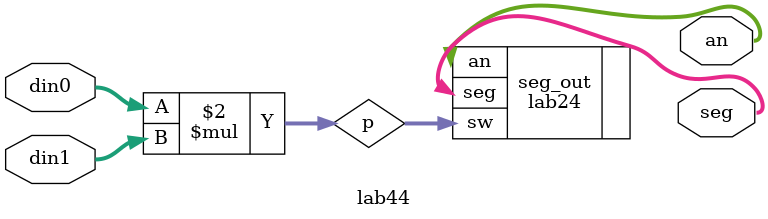
<source format=sv>
`timescale 1ns / 1ps


module lab44(
    input logic [1 : 0] din0,
    input logic [1 : 0] din1,
    output logic [3 : 0] an,
    output logic [6 : 0] seg
    );
    logic [3 : 0] p;
    
    always_comb begin
    p = din0 * din1;
    end
    
    lab24 seg_out(
    .sw (p),
    .an (an),
    .seg (seg));
    
endmodule

</source>
